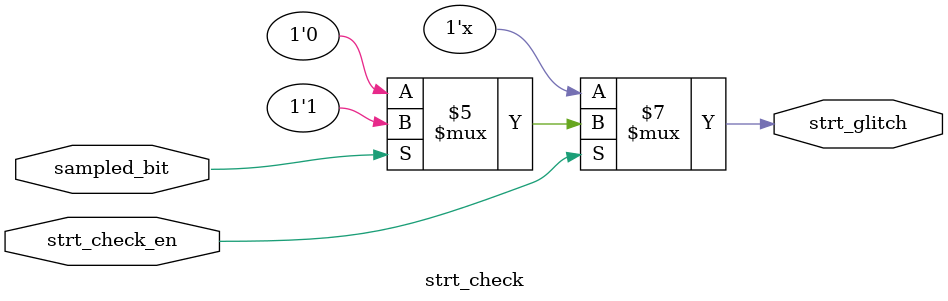
<source format=v>
module strt_check (
    input wire strt_check_en,
    input wire sampled_bit,

    output reg strt_glitch

);


always @(*) 
    begin
        
       // data<=0;
        if (strt_check_en)
            if(sampled_bit==0)    
                strt_glitch<=0;
            else
                strt_glitch<=1'b1;
        else
           strt_glitch<=strt_glitch;
    end
endmodule
</source>
